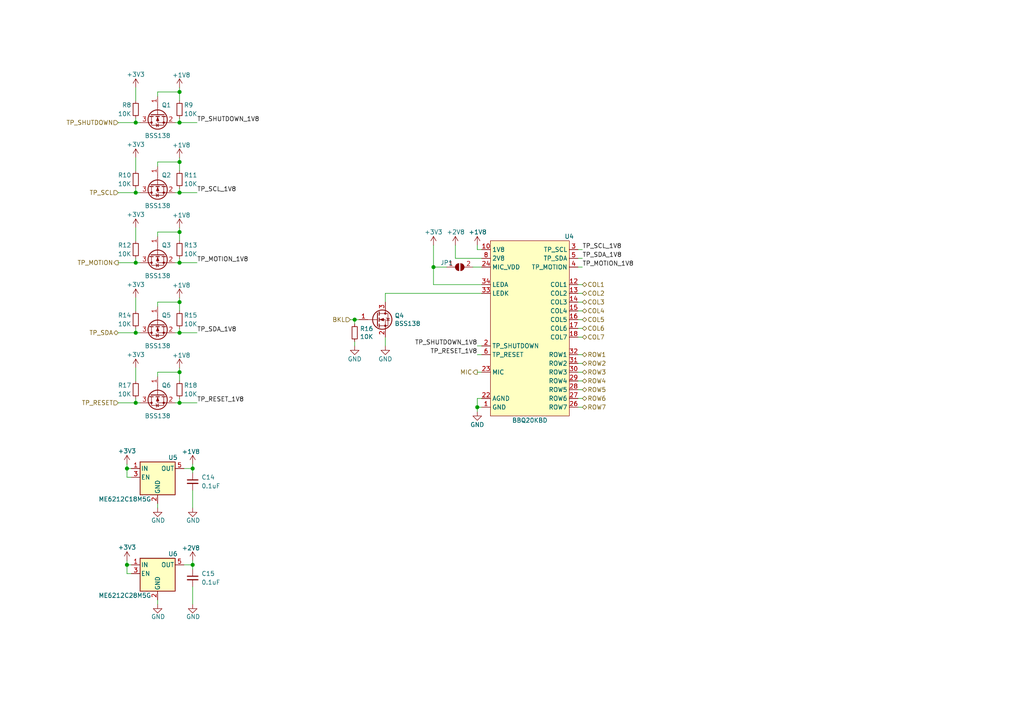
<source format=kicad_sch>
(kicad_sch (version 20250114) (generator "eeschema") (generator_version "9.0")
  (paper "A4")
  (lib_symbols
    (symbol "Device:C_Small" (pin_numbers (hide yes)) (pin_names (offset 0.254) (hide yes))
      (property "Reference" "C" (at 0.254 1.778 0))
      (property "Value" "C_Small" (at 0.254 -2.032 0))
      (symbol "C_Small_0_1"
        (polyline (pts (xy -1.524 0.508) (xy 1.524 0.508)) (stroke (width 0.3048)))
        (polyline (pts (xy -1.524 -0.508) (xy 1.524 -0.508)) (stroke (width 0.3302)))
      )
      (symbol "C_Small_1_1"
        (pin passive line (at 0 2.54 270) (length 2.032) (name "~") (number "1"))
        (pin passive line (at 0 -2.54 90) (length 2.032) (name "~") (number "2"))
      )
    )
    (symbol "Device:R_Small" (pin_numbers (hide yes)) (pin_names (offset 0.254) (hide yes))
      (property "Reference" "R" (at 0.762 0.508 0))
      (property "Value" "R_Small" (at 0.762 -1.016 0))
      (symbol "R_Small_0_1"
        (rectangle (start -0.762 1.778) (end 0.762 -1.778) (stroke (width 0.2032)))
      )
      (symbol "R_Small_1_1"
        (pin passive line (at 0 2.54 270) (length 0.762) (name "~") (number "1"))
        (pin passive line (at 0 -2.54 90) (length 0.762) (name "~") (number "2"))
      )
    )
    (symbol "Jumper:SolderJumper_2_Open" (pin_names (offset 0) (hide yes))
      (property "Reference" "JP" (at 0 2.032 0))
      (property "Value" "SolderJumper_2_Open" (at 0 -2.54 0))
      (symbol "SolderJumper_2_Open_0_1"
        (polyline (pts (xy -0.254 1.016) (xy -0.254 -1.016)))
        (arc (start -0.254 -1.016) (mid -1.27 0) (end -0.254 1.016))
        (arc (start -0.254 -1.016) (mid -1.27 0) (end -0.254 1.016) (fill (type outline)))
        (polyline (pts (xy 0.254 1.016) (xy 0.254 -1.016)))
        (arc (start 0.254 1.016) (mid 1.27 0) (end 0.254 -1.016))
        (arc (start 0.254 1.016) (mid 1.27 0) (end 0.254 -1.016) (fill (type outline)))
      )
      (symbol "SolderJumper_2_Open_1_1"
        (pin passive line (at -3.81 0 0) (length 2.54) (name "A") (number "1"))
        (pin passive line (at 3.81 0 180) (length 2.54) (name "B") (number "2"))
      )
    )
    (symbol "Keyboard:BBQ20KBD"
      (property "Reference" "U" (at 11.43 24.13 0))
      (property "Value" "BBQ20KBD" (at 0 -29.21 0))
      (symbol "BBQ20KBD_0_0"
        (pin power_in line (at -13.97 20.32 0) (length 2.54) (name "1V8") (number "10"))
        (pin power_in line (at -13.97 17.78 0) (length 2.54) (name "2V8") (number "8"))
        (pin input line (at -13.97 15.24 0) (length 2.54) (name "MIC_VDD") (number "24"))
        (pin power_in line (at -13.97 10.16 0) (length 2.54) (name "LEDA") (number "34"))
        (pin passive line (at -13.97 10.16 0) (length 2.54) (hide yes) (name "LEDA") (number "36"))
        (pin input line (at -13.97 7.62 0) (length 2.54) (name "LEDK") (number "33"))
        (pin passive line (at -13.97 7.62 0) (length 2.54) (hide yes) (name "LEDK") (number "35"))
        (pin passive line (at -13.97 7.62 0) (length 2.54) (hide yes) (name "LEDK") (number "37"))
        (pin input line (at -13.97 -7.62 0) (length 2.54) (name "TP_SHUTDOWN") (number "2"))
        (pin input line (at -13.97 -10.16 0) (length 2.54) (name "TP_RESET") (number "6"))
        (pin output line (at -13.97 -15.24 0) (length 2.54) (name "MIC") (number "23"))
        (pin power_in line (at -13.97 -22.86 0) (length 2.54) (name "AGND") (number "22"))
        (pin power_in line (at -13.97 -25.4 0) (length 2.54) (name "GND") (number "1"))
        (pin passive line (at -13.97 -25.4 0) (length 2.54) (hide yes) (name "GND") (number "11"))
        (pin passive line (at -13.97 -25.4 0) (length 2.54) (hide yes) (name "GND") (number "19"))
        (pin passive line (at -13.97 -25.4 0) (length 2.54) (hide yes) (name "GND") (number "20"))
        (pin passive line (at -13.97 -25.4 0) (length 2.54) (hide yes) (name "GND") (number "21"))
        (pin passive line (at -13.97 -25.4 0) (length 2.54) (hide yes) (name "GND") (number "25"))
        (pin passive line (at -13.97 -25.4 0) (length 2.54) (hide yes) (name "GND") (number "40"))
        (pin passive line (at -13.97 -25.4 0) (length 2.54) (hide yes) (name "GND") (number "7"))
        (pin passive line (at -13.97 -25.4 0) (length 2.54) (hide yes) (name "GND") (number "9"))
        (pin no_connect line (at 0 -17.78 0) (length 2.54) (hide yes) (name "NC") (number "38"))
        (pin no_connect line (at 0 -20.32 0) (length 2.54) (hide yes) (name "NC") (number "39"))
        (pin input line (at 13.97 20.32 180) (length 2.54) (name "TP_SCL") (number "3"))
        (pin bidirectional line (at 13.97 17.78 180) (length 2.54) (name "TP_SDA") (number "5"))
        (pin output line (at 13.97 15.24 180) (length 2.54) (name "TP_MOTION") (number "4"))
        (pin input line (at 13.97 10.16 180) (length 2.54) (name "COL1") (number "12"))
        (pin input line (at 13.97 7.62 180) (length 2.54) (name "COL2") (number "13"))
        (pin input line (at 13.97 5.08 180) (length 2.54) (name "COL3") (number "14"))
        (pin input line (at 13.97 2.54 180) (length 2.54) (name "COL4") (number "15"))
        (pin input line (at 13.97 0 180) (length 2.54) (name "COL5") (number "16"))
        (pin input line (at 13.97 -2.54 180) (length 2.54) (name "COL6") (number "17"))
        (pin input line (at 13.97 -5.08 180) (length 2.54) (name "COL7") (number "18"))
        (pin input line (at 13.97 -10.16 180) (length 2.54) (name "ROW1") (number "32"))
        (pin input line (at 13.97 -12.7 180) (length 2.54) (name "ROW2") (number "31"))
        (pin input line (at 13.97 -15.24 180) (length 2.54) (name "ROW3") (number "30"))
        (pin input line (at 13.97 -17.78 180) (length 2.54) (name "ROW4") (number "29"))
        (pin input line (at 13.97 -20.32 180) (length 2.54) (name "ROW5") (number "28"))
        (pin input line (at 13.97 -22.86 180) (length 2.54) (name "ROW6") (number "27"))
        (pin input line (at 13.97 -25.4 180) (length 2.54) (name "ROW7") (number "26"))
      )
      (symbol "BBQ20KBD_0_1"
        (rectangle (start -11.43 22.86) (end 11.43 -27.94) (stroke (width 0.1524)) (fill (type background)))
      )
    )
    (symbol "Regulator_Linear:TLV71209_SOT23-5" (pin_names (offset 0.254))
      (property "Reference" "U" (at -3.81 5.715 0))
      (property "Value" "TLV71209_SOT23-5" (at 0 5.715 0))
      (symbol "TLV71209_SOT23-5_0_1"
        (rectangle (start -5.08 4.445) (end 5.08 -5.08) (stroke (width 0.254)) (fill (type background)))
      )
      (symbol "TLV71209_SOT23-5_1_1"
        (pin power_in line (at -7.62 2.54 0) (length 2.54) (name "IN") (number "1"))
        (pin input line (at -7.62 0 0) (length 2.54) (name "EN") (number "3"))
        (pin power_in line (at 0 -7.62 90) (length 2.54) (name "GND") (number "2"))
        (pin no_connect line (at 5.08 0 180) (length 2.54) (hide yes) (name "NC") (number "4"))
        (pin power_out line (at 7.62 2.54 180) (length 2.54) (name "OUT") (number "5"))
      )
    )
    (symbol "Transistor_FET:BSS138" (pin_names (hide yes))
      (property "Reference" "Q" (at 5.08 1.905 0))
      (property "Value" "BSS138" (at 5.08 0 0))
      (symbol "BSS138_0_1"
        (polyline (pts (xy 0.254 1.905) (xy 0.254 -1.905)) (stroke (width 0.254)))
        (polyline (pts (xy 0.254 0) (xy -2.54 0)))
        (polyline (pts (xy 0.762 2.286) (xy 0.762 1.27)) (stroke (width 0.254)))
        (polyline (pts (xy 0.762 0.508) (xy 0.762 -0.508)) (stroke (width 0.254)))
        (polyline (pts (xy 0.762 -1.27) (xy 0.762 -2.286)) (stroke (width 0.254)))
        (polyline (pts (xy 0.762 -1.778) (xy 3.302 -1.778) (xy 3.302 1.778) (xy 0.762 1.778)))
        (polyline (pts (xy 1.016 0) (xy 2.032 0.381) (xy 2.032 -0.381) (xy 1.016 0)) (fill (type outline)))
        (circle (center 1.651 0) (radius 2.794) (stroke (width 0.254)))
        (polyline (pts (xy 2.54 2.54) (xy 2.54 1.778)))
        (circle (center 2.54 1.778) (radius 0.254) (fill (type outline)))
        (circle (center 2.54 -1.778) (radius 0.254) (fill (type outline)))
        (polyline (pts (xy 2.54 -2.54) (xy 2.54 0) (xy 0.762 0)))
        (polyline (pts (xy 2.794 0.508) (xy 2.921 0.381) (xy 3.683 0.381) (xy 3.81 0.254)))
        (polyline (pts (xy 3.302 0.381) (xy 2.921 -0.254) (xy 3.683 -0.254) (xy 3.302 0.381)))
      )
      (symbol "BSS138_1_1"
        (pin input line (at -5.08 0 0) (length 2.54) (name "G") (number "1"))
        (pin passive line (at 2.54 5.08 270) (length 2.54) (name "D") (number "3"))
        (pin passive line (at 2.54 -5.08 90) (length 2.54) (name "S") (number "2"))
      )
    )
    (symbol "power:+1V8" (power) (pin_names (offset 0))
      (property "Value" "+1V8" (at 0 3.556 0))
      (symbol "+1V8_0_1"
        (polyline (pts (xy -0.762 1.27) (xy 0 2.54)))
        (polyline (pts (xy 0 2.54) (xy 0.762 1.27)))
        (polyline (pts (xy 0 0) (xy 0 2.54)))
      )
      (symbol "+1V8_1_1"
        (pin power_in line (at 0 0 90) (length 0) (hide yes) (name "+1V8") (number "1"))
      )
    )
    (symbol "power:+2V8" (power) (pin_names (offset 0))
      (property "Value" "+2V8" (at 0 3.556 0))
      (symbol "+2V8_0_1"
        (polyline (pts (xy -0.762 1.27) (xy 0 2.54)))
        (polyline (pts (xy 0 2.54) (xy 0.762 1.27)))
        (polyline (pts (xy 0 0) (xy 0 2.54)))
      )
      (symbol "+2V8_1_1"
        (pin power_in line (at 0 0 90) (length 0) (hide yes) (name "+2V8") (number "1"))
      )
    )
    (symbol "power:+3.3V" (power) (pin_names (offset 0))
      (property "Value" "+3.3V" (at 0 3.556 0))
      (symbol "+3.3V_0_1"
        (polyline (pts (xy -0.762 1.27) (xy 0 2.54)))
        (polyline (pts (xy 0 2.54) (xy 0.762 1.27)))
        (polyline (pts (xy 0 0) (xy 0 2.54)))
      )
      (symbol "+3.3V_1_1"
        (pin power_in line (at 0 0 90) (length 0) (hide yes) (name "+3V3") (number "1"))
      )
    )
    (symbol "power:GND" (power) (pin_names (offset 0))
      (property "Value" "GND" (at 0 -3.81 0))
      (symbol "GND_0_1"
        (polyline (pts (xy 0 0) (xy 0 -1.27) (xy 1.27 -1.27) (xy 0 -2.54) (xy -1.27 -1.27) (xy 0 -1.27)))
      )
      (symbol "GND_1_1"
        (pin power_in line (at 0 0 270) (length 0) (hide yes) (name "GND") (number "1"))
      )
    )
  )
  (junction (at 52.07 55.88) (diameter 1.016))
  (junction (at 52.07 67.31) (diameter 1.016))
  (junction (at 52.07 46.99) (diameter 1.016))
  (junction (at 39.37 116.84) (diameter 1.016))
  (junction (at 52.07 116.84) (diameter 1.016))
  (junction (at 52.07 87.63) (diameter 1.016))
  (junction (at 52.07 35.56) (diameter 1.016))
  (junction (at 36.83 135.89) (diameter 1.016))
  (junction (at 52.07 76.2) (diameter 1.016))
  (junction (at 39.37 55.88) (diameter 1.016))
  (junction (at 125.73 77.47) (diameter 1.016))
  (junction (at 39.37 96.52) (diameter 1.016))
  (junction (at 55.88 163.83) (diameter 1.016))
  (junction (at 39.37 76.2) (diameter 1.016))
  (junction (at 102.87 92.71) (diameter 1.016))
  (junction (at 138.43 118.11) (diameter 1.016))
  (junction (at 52.07 96.52) (diameter 1.016))
  (junction (at 36.83 163.83) (diameter 1.016))
  (junction (at 52.07 26.67) (diameter 1.016))
  (junction (at 55.88 135.89) (diameter 1.016))
  (junction (at 39.37 35.56) (diameter 1.016))
  (junction (at 52.07 107.95) (diameter 1.016))
  (wire (pts (xy 167.64 74.93) (xy 168.91 74.93)))
  (wire (pts (xy 167.64 102.87) (xy 168.91 102.87)))
  (wire (pts (xy 167.64 87.63) (xy 168.91 87.63)))
  (wire (pts (xy 45.72 88.9) (xy 45.72 87.63)))
  (wire (pts (xy 52.07 107.95) (xy 52.07 110.49)))
  (wire (pts (xy 167.64 92.71) (xy 168.91 92.71)))
  (wire (pts (xy 167.64 97.79) (xy 168.91 97.79)))
  (wire (pts (xy 45.72 68.58) (xy 45.72 67.31)))
  (wire (pts (xy 45.72 109.22) (xy 45.72 107.95)))
  (wire (pts (xy 52.07 95.25) (xy 52.07 96.52)))
  (wire (pts (xy 57.15 35.56) (xy 52.07 35.56)))
  (wire (pts (xy 139.7 118.11) (xy 138.43 118.11)))
  (wire (pts (xy 167.64 82.55) (xy 168.91 82.55)))
  (wire (pts (xy 52.07 54.61) (xy 52.07 55.88)))
  (wire (pts (xy 55.88 170.18) (xy 55.88 175.26)))
  (wire (pts (xy 36.83 135.89) (xy 38.1 135.89)))
  (wire (pts (xy 50.8 76.2) (xy 52.07 76.2)))
  (wire (pts (xy 45.72 27.94) (xy 45.72 26.67)))
  (wire (pts (xy 138.43 115.57) (xy 138.43 118.11)))
  (wire (pts (xy 52.07 66.04) (xy 52.07 67.31)))
  (wire (pts (xy 132.08 74.93) (xy 139.7 74.93)))
  (wire (pts (xy 57.15 76.2) (xy 52.07 76.2)))
  (wire (pts (xy 137.16 77.47) (xy 139.7 77.47)))
  (wire (pts (xy 55.88 165.1) (xy 55.88 163.83)))
  (wire (pts (xy 167.64 113.03) (xy 168.91 113.03)))
  (wire (pts (xy 36.83 138.43) (xy 36.83 135.89)))
  (wire (pts (xy 125.73 71.12) (xy 125.73 77.47)))
  (wire (pts (xy 39.37 45.72) (xy 39.37 49.53)))
  (wire (pts (xy 52.07 46.99) (xy 52.07 49.53)))
  (wire (pts (xy 167.64 72.39) (xy 168.91 72.39)))
  (wire (pts (xy 52.07 25.4) (xy 52.07 26.67)))
  (wire (pts (xy 39.37 96.52) (xy 34.29 96.52)))
  (wire (pts (xy 52.07 87.63) (xy 52.07 90.17)))
  (wire (pts (xy 45.72 173.99) (xy 45.72 175.26)))
  (wire (pts (xy 40.64 96.52) (xy 39.37 96.52)))
  (wire (pts (xy 36.83 166.37) (xy 36.83 163.83)))
  (wire (pts (xy 50.8 55.88) (xy 52.07 55.88)))
  (wire (pts (xy 39.37 35.56) (xy 34.29 35.56)))
  (wire (pts (xy 45.72 146.05) (xy 45.72 147.32)))
  (wire (pts (xy 55.88 142.24) (xy 55.88 147.32)))
  (wire (pts (xy 45.72 67.31) (xy 52.07 67.31)))
  (wire (pts (xy 40.64 76.2) (xy 39.37 76.2)))
  (wire (pts (xy 39.37 74.93) (xy 39.37 76.2)))
  (wire (pts (xy 52.07 26.67) (xy 52.07 29.21)))
  (wire (pts (xy 167.64 118.11) (xy 168.91 118.11)))
  (wire (pts (xy 53.34 135.89) (xy 55.88 135.89)))
  (wire (pts (xy 45.72 46.99) (xy 52.07 46.99)))
  (wire (pts (xy 132.08 71.12) (xy 132.08 74.93)))
  (wire (pts (xy 36.83 134.62) (xy 36.83 135.89)))
  (wire (pts (xy 40.64 55.88) (xy 39.37 55.88)))
  (wire (pts (xy 138.43 102.87) (xy 139.7 102.87)))
  (wire (pts (xy 36.83 162.56) (xy 36.83 163.83)))
  (wire (pts (xy 55.88 162.56) (xy 55.88 163.83)))
  (wire (pts (xy 55.88 137.16) (xy 55.88 135.89)))
  (wire (pts (xy 50.8 116.84) (xy 52.07 116.84)))
  (wire (pts (xy 167.64 85.09) (xy 168.91 85.09)))
  (wire (pts (xy 167.64 105.41) (xy 168.91 105.41)))
  (wire (pts (xy 39.37 54.61) (xy 39.37 55.88)))
  (wire (pts (xy 57.15 96.52) (xy 52.07 96.52)))
  (wire (pts (xy 167.64 115.57) (xy 168.91 115.57)))
  (wire (pts (xy 52.07 74.93) (xy 52.07 76.2)))
  (wire (pts (xy 52.07 34.29) (xy 52.07 35.56)))
  (wire (pts (xy 52.07 115.57) (xy 52.07 116.84)))
  (wire (pts (xy 52.07 67.31) (xy 52.07 69.85)))
  (wire (pts (xy 45.72 48.26) (xy 45.72 46.99)))
  (wire (pts (xy 138.43 107.95) (xy 139.7 107.95)))
  (wire (pts (xy 138.43 72.39) (xy 138.43 71.12)))
  (wire (pts (xy 39.37 34.29) (xy 39.37 35.56)))
  (wire (pts (xy 111.76 97.79) (xy 111.76 100.33)))
  (wire (pts (xy 39.37 116.84) (xy 34.29 116.84)))
  (wire (pts (xy 167.64 90.17) (xy 168.91 90.17)))
  (wire (pts (xy 167.64 95.25) (xy 168.91 95.25)))
  (wire (pts (xy 45.72 107.95) (xy 52.07 107.95)))
  (wire (pts (xy 55.88 134.62) (xy 55.88 135.89)))
  (wire (pts (xy 53.34 163.83) (xy 55.88 163.83)))
  (wire (pts (xy 45.72 26.67) (xy 52.07 26.67)))
  (wire (pts (xy 104.14 92.71) (xy 102.87 92.71)))
  (wire (pts (xy 39.37 106.68) (xy 39.37 110.49)))
  (wire (pts (xy 39.37 95.25) (xy 39.37 96.52)))
  (wire (pts (xy 167.64 77.47) (xy 168.91 77.47)))
  (wire (pts (xy 102.87 92.71) (xy 102.87 93.98)))
  (wire (pts (xy 102.87 92.71) (xy 101.6 92.71)))
  (wire (pts (xy 40.64 116.84) (xy 39.37 116.84)))
  (wire (pts (xy 39.37 76.2) (xy 34.29 76.2)))
  (wire (pts (xy 45.72 87.63) (xy 52.07 87.63)))
  (wire (pts (xy 102.87 99.06) (xy 102.87 100.33)))
  (wire (pts (xy 139.7 115.57) (xy 138.43 115.57)))
  (wire (pts (xy 111.76 85.09) (xy 139.7 85.09)))
  (wire (pts (xy 167.64 107.95) (xy 168.91 107.95)))
  (wire (pts (xy 52.07 86.36) (xy 52.07 87.63)))
  (wire (pts (xy 138.43 100.33) (xy 139.7 100.33)))
  (wire (pts (xy 138.43 118.11) (xy 138.43 119.38)))
  (wire (pts (xy 111.76 85.09) (xy 111.76 87.63)))
  (wire (pts (xy 39.37 115.57) (xy 39.37 116.84)))
  (wire (pts (xy 39.37 66.04) (xy 39.37 69.85)))
  (wire (pts (xy 138.43 72.39) (xy 139.7 72.39)))
  (wire (pts (xy 57.15 116.84) (xy 52.07 116.84)))
  (wire (pts (xy 38.1 166.37) (xy 36.83 166.37)))
  (wire (pts (xy 50.8 35.56) (xy 52.07 35.56)))
  (wire (pts (xy 125.73 82.55) (xy 125.73 77.47)))
  (wire (pts (xy 39.37 55.88) (xy 34.29 55.88)))
  (wire (pts (xy 39.37 86.36) (xy 39.37 90.17)))
  (wire (pts (xy 38.1 138.43) (xy 36.83 138.43)))
  (wire (pts (xy 167.64 110.49) (xy 168.91 110.49)))
  (wire (pts (xy 57.15 55.88) (xy 52.07 55.88)))
  (wire (pts (xy 52.07 106.68) (xy 52.07 107.95)))
  (wire (pts (xy 125.73 77.47) (xy 129.54 77.47)))
  (wire (pts (xy 39.37 25.4) (xy 39.37 29.21)))
  (wire (pts (xy 52.07 45.72) (xy 52.07 46.99)))
  (wire (pts (xy 125.73 82.55) (xy 139.7 82.55)))
  (wire (pts (xy 36.83 163.83) (xy 38.1 163.83)))
  (wire (pts (xy 50.8 96.52) (xy 52.07 96.52)))
  (wire (pts (xy 40.64 35.56) (xy 39.37 35.56)))
  (label "TP_MOTION_1V8" (at 168.91 77.47 0))
  (label "TP_MOTION_1V8" (at 57.15 76.2 0))
  (label "TP_SHUTDOWN_1V8" (at 57.15 35.56 0))
  (label "TP_SHUTDOWN_1V8" (at 138.43 100.33 180))
  (label "TP_RESET_1V8" (at 138.43 102.87 180))
  (label "TP_RESET_1V8" (at 57.15 116.84 0))
  (label "TP_SDA_1V8" (at 168.91 74.93 0))
  (label "TP_SCL_1V8" (at 57.15 55.88 0))
  (label "TP_SDA_1V8" (at 57.15 96.52 0))
  (label "TP_SCL_1V8" (at 168.91 72.39 0))
  (hierarchical_label "ROW5" (shape bidirectional) (at 168.91 113.03 0))
  (hierarchical_label "BKL" (shape input) (at 101.6 92.71 180))
  (hierarchical_label "ROW7" (shape bidirectional) (at 168.91 118.11 0))
  (hierarchical_label "ROW3" (shape bidirectional) (at 168.91 107.95 0))
  (hierarchical_label "COL3" (shape bidirectional) (at 168.91 87.63 0))
  (hierarchical_label "COL1" (shape bidirectional) (at 168.91 82.55 0))
  (hierarchical_label "COL7" (shape bidirectional) (at 168.91 97.79 0))
  (hierarchical_label "ROW2" (shape bidirectional) (at 168.91 105.41 0))
  (hierarchical_label "ROW6" (shape bidirectional) (at 168.91 115.57 0))
  (hierarchical_label "COL4" (shape bidirectional) (at 168.91 90.17 0))
  (hierarchical_label "COL6" (shape bidirectional) (at 168.91 95.25 0))
  (hierarchical_label "TP_SDA" (shape bidirectional) (at 34.29 96.52 180))
  (hierarchical_label "TP_SCL" (shape input) (at 34.29 55.88 180))
  (hierarchical_label "TP_RESET" (shape input) (at 34.29 116.84 180))
  (hierarchical_label "ROW4" (shape bidirectional) (at 168.91 110.49 0))
  (hierarchical_label "TP_MOTION" (shape output) (at 34.29 76.2 180))
  (hierarchical_label "COL5" (shape bidirectional) (at 168.91 92.71 0))
  (hierarchical_label "TP_SHUTDOWN" (shape input) (at 34.29 35.56 180))
  (hierarchical_label "COL2" (shape bidirectional) (at 168.91 85.09 0))
  (hierarchical_label "ROW1" (shape bidirectional) (at 168.91 102.87 0))
  (hierarchical_label "MIC" (shape output) (at 138.43 107.95 180))
  (symbol (lib_id "power:+1V8") (at 52.07 106.68 0) (mirror y) (unit 1)
    (property "Reference" "#PWR0152" (effects (hide yes)))
    (property "Value" "+1V8" (at 55.245 103.0604 0) (effects (justify left)))
  )
  (symbol (lib_id "power:+3.3V") (at 39.37 25.4 0) (mirror y) (unit 1)
    (property "Reference" "#PWR0156" (effects (hide yes)))
    (property "Value" "+3V3" (at 39.37 21.59 0))
  )
  (symbol (lib_id "power:+3.3V") (at 125.73 71.12 0) (unit 1)
    (property "Reference" "#PWR0137" (effects (hide yes)))
    (property "Value" "+3V3" (at 125.73 67.31 0))
  )
  (symbol (lib_id "power:+3.3V") (at 36.83 162.56 0) (unit 1)
    (property "Reference" "#PWR0146" (effects (hide yes)))
    (property "Value" "+3V3" (at 36.83 158.75 0))
  )
  (symbol (lib_id "Device:R_Small") (at 39.37 92.71 0) (mirror x) (unit 1)
    (property "Reference" "R14" (at 38.1 91.4399 0) (effects (justify right)))
    (property "Value" "10K" (at 38.1 93.9799 0) (effects (justify right)))
    (property "Footprint" "Resistor_SMD:R_0603_1608Metric" (effects (hide yes)))
  )
  (symbol (lib_id "Device:R_Small") (at 52.07 113.03 180) (unit 1)
    (property "Reference" "R18" (at 53.34 111.7599 0) (effects (justify right)))
    (property "Value" "10K" (at 53.34 114.2999 0) (effects (justify right)))
    (property "Footprint" "Resistor_SMD:R_0603_1608Metric" (effects (hide yes)))
  )
  (symbol (lib_id "Device:R_Small") (at 52.07 72.39 180) (unit 1)
    (property "Reference" "R13" (at 53.34 71.1199 0) (effects (justify right)))
    (property "Value" "10K" (at 53.34 73.6599 0) (effects (justify right)))
    (property "Footprint" "Resistor_SMD:R_0603_1608Metric" (effects (hide yes)))
  )
  (symbol (lib_id "Transistor_FET:BSS138") (at 45.72 33.02 90) (mirror x) (unit 1)
    (property "Reference" "Q1" (at 48.26 30.48 90))
    (property "Value" "BSS138" (at 45.72 39.37 90))
    (property "Footprint" "Package_TO_SOT_SMD:SOT-23" (effects (hide yes)))
    (property "LCSC" "C112239" (effects (hide yes)))
  )
  (symbol (lib_id "Transistor_FET:BSS138") (at 109.22 92.71 0) (unit 1)
    (property "Reference" "Q4" (at 114.4524 91.5416 0) (effects (justify left)))
    (property "Value" "BSS138" (at 114.4524 93.853 0) (effects (justify left)))
    (property "Footprint" "Package_TO_SOT_SMD:SOT-23" (effects (hide yes)))
    (property "LCSC" "C112239" (effects (hide yes)))
  )
  (symbol (lib_id "Regulator_Linear:TLV71209_SOT23-5") (at 45.72 166.37 0) (unit 1)
    (property "Reference" "U6" (at 50.165 160.655 0))
    (property "Value" "ME6212C28M5G" (at 28.575 172.72 0) (effects (justify left)))
    (property "Footprint" "Package_TO_SOT_SMD:SOT-23-5" (effects (hide yes)))
    (property "Datasheet" "http://www.yushin88.com/uploadfiles/20190223/20190223155734_4960.pdf" (effects (hide yes)))
    (property "LCSC" "C427596" (effects (hide yes)))
  )
  (symbol (lib_id "Transistor_FET:BSS138") (at 45.72 53.34 90) (mirror x) (unit 1)
    (property "Reference" "Q2" (at 48.26 50.8 90))
    (property "Value" "BSS138" (at 45.72 59.69 90))
    (property "Footprint" "Package_TO_SOT_SMD:SOT-23" (effects (hide yes)))
    (property "LCSC" "C112239" (effects (hide yes)))
  )
  (symbol (lib_id "power:GND") (at 55.88 147.32 0) (unit 1)
    (property "Reference" "#PWR0144" (effects (hide yes)))
    (property "Value" "GND" (at 53.975 150.9394 0) (effects (justify left)))
  )
  (symbol (lib_id "power:+3.3V") (at 39.37 86.36 0) (mirror y) (unit 1)
    (property "Reference" "#PWR0153" (effects (hide yes)))
    (property "Value" "+3V3" (at 39.37 82.55 0))
  )
  (symbol (lib_id "power:GND") (at 45.72 175.26 0) (unit 1)
    (property "Reference" "#PWR0141" (effects (hide yes)))
    (property "Value" "GND" (at 43.815 178.8794 0) (effects (justify left)))
  )
  (symbol (lib_id "power:+3.3V") (at 39.37 106.68 0) (mirror y) (unit 1)
    (property "Reference" "#PWR0151" (effects (hide yes)))
    (property "Value" "+3V3" (at 39.37 102.87 0))
  )
  (symbol (lib_id "Regulator_Linear:TLV71209_SOT23-5") (at 45.72 138.43 0) (unit 1)
    (property "Reference" "U5" (at 50.165 132.715 0))
    (property "Value" "ME6212C18M5G" (at 28.575 144.78 0) (effects (justify left)))
    (property "Footprint" "Package_TO_SOT_SMD:SOT-23-5" (effects (hide yes)))
    (property "Datasheet" "http://www.yushin88.com/uploadfiles/20190223/20190223155734_4960.pdf" (effects (hide yes)))
    (property "LCSC" "C236669" (effects (hide yes)))
  )
  (symbol (lib_id "power:GND") (at 138.43 119.38 0) (unit 1)
    (property "Reference" "#PWR0135" (effects (hide yes)))
    (property "Value" "GND" (at 138.43 123.19 0))
  )
  (symbol (lib_id "Transistor_FET:BSS138") (at 45.72 73.66 90) (mirror x) (unit 1)
    (property "Reference" "Q3" (at 48.26 71.12 90))
    (property "Value" "BSS138" (at 45.72 80.01 90))
    (property "Footprint" "Package_TO_SOT_SMD:SOT-23" (effects (hide yes)))
    (property "LCSC" "C112239" (effects (hide yes)))
  )
  (symbol (lib_id "Jumper:SolderJumper_2_Open") (at 133.35 77.47 0) (unit 1) (in_bom no)
    (property "Reference" "JP1" (at 129.54 76.2 0))
    (property "Value" "SJ_MIC_VDD" (effects (hide yes)))
    (property "Footprint" "Jumper:SolderJumper-2_P1.3mm_Open_RoundedPad1.0x1.5mm" (effects (hide yes)))
  )
  (symbol (lib_id "Device:R_Small") (at 52.07 52.07 180) (unit 1)
    (property "Reference" "R11" (at 53.34 50.7999 0) (effects (justify right)))
    (property "Value" "10K" (at 53.34 53.3399 0) (effects (justify right)))
    (property "Footprint" "Resistor_SMD:R_0603_1608Metric" (effects (hide yes)))
  )
  (symbol (lib_id "power:+1V8") (at 52.07 86.36 0) (mirror y) (unit 1)
    (property "Reference" "#PWR0150" (effects (hide yes)))
    (property "Value" "+1V8" (at 55.245 82.7404 0) (effects (justify left)))
  )
  (symbol (lib_id "power:+1V8") (at 52.07 25.4 0) (mirror y) (unit 1)
    (property "Reference" "#PWR0157" (effects (hide yes)))
    (property "Value" "+1V8" (at 55.245 21.7804 0) (effects (justify left)))
  )
  (symbol (lib_id "power:GND") (at 45.72 147.32 0) (unit 1)
    (property "Reference" "#PWR0143" (effects (hide yes)))
    (property "Value" "GND" (at 43.815 150.9394 0) (effects (justify left)))
  )
  (symbol (lib_id "power:+1V8") (at 52.07 66.04 0) (mirror y) (unit 1)
    (property "Reference" "#PWR0149" (effects (hide yes)))
    (property "Value" "+1V8" (at 55.245 62.4204 0) (effects (justify left)))
  )
  (symbol (lib_id "power:GND") (at 102.87 100.33 0) (unit 1)
    (property "Reference" "#PWR0139" (effects (hide yes)))
    (property "Value" "GND" (at 102.87 104.14 0))
  )
  (symbol (lib_id "Device:R_Small") (at 52.07 31.75 180) (unit 1)
    (property "Reference" "R9" (at 53.34 30.4799 0) (effects (justify right)))
    (property "Value" "10K" (at 53.34 33.0199 0) (effects (justify right)))
    (property "Footprint" "Resistor_SMD:R_0603_1608Metric" (effects (hide yes)))
  )
  (symbol (lib_id "Device:C_Small") (at 55.88 139.7 0) (unit 1)
    (property "Reference" "C14" (at 58.42 138.4299 0) (effects (justify left)))
    (property "Value" "0.1uF" (at 58.42 140.9699 0) (effects (justify left)))
    (property "Footprint" "Capacitor_SMD:C_0603_1608Metric" (effects (hide yes)))
  )
  (symbol (lib_id "power:+1V8") (at 52.07 45.72 0) (mirror y) (unit 1)
    (property "Reference" "#PWR0155" (effects (hide yes)))
    (property "Value" "+1V8" (at 55.245 42.1004 0) (effects (justify left)))
  )
  (symbol (lib_id "power:+1V8") (at 55.88 134.62 0) (unit 1)
    (property "Reference" "#PWR0145" (effects (hide yes)))
    (property "Value" "+1V8" (at 52.705 131.0004 0) (effects (justify left)))
  )
  (symbol (lib_id "power:+3.3V") (at 36.83 134.62 0) (unit 1)
    (property "Reference" "#PWR0147" (effects (hide yes)))
    (property "Value" "+3V3" (at 36.83 130.81 0))
  )
  (symbol (lib_id "Device:R_Small") (at 52.07 92.71 180) (unit 1)
    (property "Reference" "R15" (at 53.34 91.4399 0) (effects (justify right)))
    (property "Value" "10K" (at 53.34 93.9799 0) (effects (justify right)))
    (property "Footprint" "Resistor_SMD:R_0603_1608Metric" (effects (hide yes)))
  )
  (symbol (lib_id "Keyboard:BBQ20KBD") (at 153.67 92.71 0) (unit 1)
    (property "Reference" "U4" (at 165.1 68.58 0))
    (property "Value" "BBQ20KBD" (at 153.67 121.92 0))
    (property "Footprint" "Connector_Hirose_Extra:BM20B(0.8)-40DS-0.4V" (effects (hide yes)))
    (property "LCSC" "C424543" (effects (hide yes)))
  )
  (symbol (lib_id "Device:R_Small") (at 39.37 72.39 0) (mirror x) (unit 1)
    (property "Reference" "R12" (at 38.1 71.1199 0) (effects (justify right)))
    (property "Value" "10K" (at 38.1 73.6599 0) (effects (justify right)))
    (property "Footprint" "Resistor_SMD:R_0603_1608Metric" (effects (hide yes)))
  )
  (symbol (lib_id "Device:R_Small") (at 39.37 113.03 0) (mirror x) (unit 1)
    (property "Reference" "R17" (at 38.1 111.7599 0) (effects (justify right)))
    (property "Value" "10K" (at 38.1 114.2999 0) (effects (justify right)))
    (property "Footprint" "Resistor_SMD:R_0603_1608Metric" (effects (hide yes)))
  )
  (symbol (lib_id "power:+3.3V") (at 39.37 45.72 0) (mirror y) (unit 1)
    (property "Reference" "#PWR0154" (effects (hide yes)))
    (property "Value" "+3V3" (at 39.37 41.91 0))
  )
  (symbol (lib_id "Transistor_FET:BSS138") (at 45.72 114.3 90) (mirror x) (unit 1)
    (property "Reference" "Q6" (at 48.26 111.76 90))
    (property "Value" "BSS138" (at 45.72 120.65 90))
    (property "Footprint" "Package_TO_SOT_SMD:SOT-23" (effects (hide yes)))
    (property "LCSC" "C112239" (effects (hide yes)))
  )
  (symbol (lib_id "Transistor_FET:BSS138") (at 45.72 93.98 90) (mirror x) (unit 1)
    (property "Reference" "Q5" (at 48.26 91.44 90))
    (property "Value" "BSS138" (at 45.72 100.33 90))
    (property "Footprint" "Package_TO_SOT_SMD:SOT-23" (effects (hide yes)))
    (property "LCSC" "C112239" (effects (hide yes)))
  )
  (symbol (lib_id "power:GND") (at 55.88 175.26 0) (unit 1)
    (property "Reference" "#PWR0142" (effects (hide yes)))
    (property "Value" "GND" (at 53.975 178.8794 0) (effects (justify left)))
  )
  (symbol (lib_id "power:+3.3V") (at 39.37 66.04 0) (mirror y) (unit 1)
    (property "Reference" "#PWR0148" (effects (hide yes)))
    (property "Value" "+3V3" (at 39.37 62.23 0))
  )
  (symbol (lib_id "power:+2V8") (at 132.08 71.12 0) (unit 1)
    (property "Reference" "#PWR0138" (effects (hide yes)))
    (property "Value" "+2V8" (at 129.54 67.31 0) (effects (justify left)))
  )
  (symbol (lib_id "power:+1V8") (at 138.43 71.12 0) (unit 1)
    (property "Reference" "#PWR0136" (effects (hide yes)))
    (property "Value" "+1V8" (at 135.89 67.31 0) (effects (justify left)))
  )
  (symbol (lib_id "Device:R_Small") (at 102.87 96.52 0) (unit 1)
    (property "Reference" "R16" (at 104.3686 95.3516 0) (effects (justify left)))
    (property "Value" "10K" (at 104.3686 97.663 0) (effects (justify left)))
    (property "Footprint" "Resistor_SMD:R_0603_1608Metric" (effects (hide yes)))
  )
  (symbol (lib_id "Device:R_Small") (at 39.37 31.75 0) (mirror x) (unit 1)
    (property "Reference" "R8" (at 38.1 30.4799 0) (effects (justify right)))
    (property "Value" "10K" (at 38.1 33.0199 0) (effects (justify right)))
    (property "Footprint" "Resistor_SMD:R_0603_1608Metric" (effects (hide yes)))
  )
  (symbol (lib_id "Device:R_Small") (at 39.37 52.07 0) (mirror x) (unit 1)
    (property "Reference" "R10" (at 38.1 50.7999 0) (effects (justify right)))
    (property "Value" "10K" (at 38.1 53.3399 0) (effects (justify right)))
    (property "Footprint" "Resistor_SMD:R_0603_1608Metric" (effects (hide yes)))
  )
  (symbol (lib_id "Device:C_Small") (at 55.88 167.64 0) (unit 1)
    (property "Reference" "C15" (at 58.42 166.3699 0) (effects (justify left)))
    (property "Value" "0.1uF" (at 58.42 168.9099 0) (effects (justify left)))
    (property "Footprint" "Capacitor_SMD:C_0603_1608Metric" (effects (hide yes)))
  )
  (symbol (lib_id "power:+2V8") (at 55.88 162.56 0) (unit 1)
    (property "Reference" "#PWR0140" (effects (hide yes)))
    (property "Value" "+2V8" (at 52.705 158.9404 0) (effects (justify left)))
  )
  (symbol (lib_id "power:GND") (at 111.76 100.33 0) (unit 1)
    (property "Reference" "#PWR0134" (effects (hide yes)))
    (property "Value" "GND" (at 111.76 104.14 0))
  )
)
</source>
